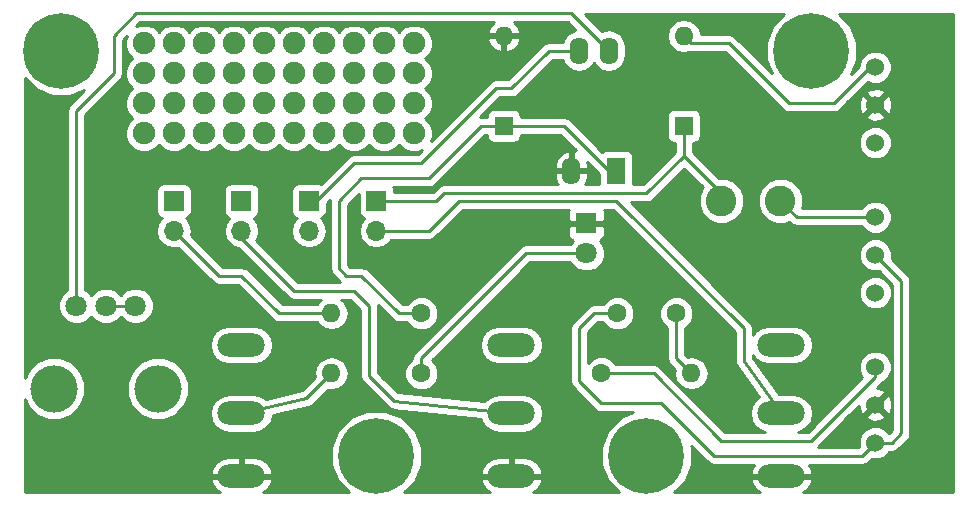
<source format=gtl>
G04 #@! TF.FileFunction,Copper,L1,Top,Signal*
%FSLAX46Y46*%
G04 Gerber Fmt 4.6, Leading zero omitted, Abs format (unit mm)*
G04 Created by KiCad (PCBNEW 4.0.7) date Monday 10 September 2018 20:38:50*
%MOMM*%
%LPD*%
G01*
G04 APERTURE LIST*
%ADD10C,0.100000*%
%ADD11C,6.400000*%
%ADD12C,1.900000*%
%ADD13C,1.600000*%
%ADD14R,1.800000X1.800000*%
%ADD15C,1.800000*%
%ADD16O,4.000000X2.000000*%
%ADD17O,1.600000X1.600000*%
%ADD18R,1.570000X2.290000*%
%ADD19O,1.570000X2.290000*%
%ADD20C,2.600000*%
%ADD21C,1.524000*%
%ADD22R,1.700000X1.700000*%
%ADD23O,1.700000X1.700000*%
%ADD24C,4.000000*%
%ADD25R,1.600000X1.600000*%
%ADD26C,0.250000*%
%ADD27C,0.254000*%
G04 APERTURE END LIST*
D10*
D11*
X199390000Y-40640000D03*
D12*
X142875000Y-40005000D03*
X145415000Y-40005000D03*
X147955000Y-40005000D03*
X150495000Y-40005000D03*
X153035000Y-40005000D03*
X155575000Y-40005000D03*
X158115000Y-40005000D03*
X160655000Y-40005000D03*
X163195000Y-40005000D03*
X165735000Y-40005000D03*
X165735000Y-42545000D03*
X163195000Y-42545000D03*
X160655000Y-42545000D03*
X158115000Y-42545000D03*
X155575000Y-42545000D03*
X153035000Y-42545000D03*
X150495000Y-42545000D03*
X147955000Y-42545000D03*
X145415000Y-42545000D03*
X142875000Y-42545000D03*
X142875000Y-45085000D03*
X145415000Y-45085000D03*
X147955000Y-45085000D03*
X150495000Y-45085000D03*
X153035000Y-45085000D03*
X155575000Y-45085000D03*
X158115000Y-45085000D03*
X160655000Y-45085000D03*
X163195000Y-45085000D03*
X165735000Y-45085000D03*
X165735000Y-47625000D03*
X163195000Y-47625000D03*
X160655000Y-47625000D03*
X158115000Y-47625000D03*
X155575000Y-47625000D03*
X153035000Y-47625000D03*
X150495000Y-47625000D03*
X147955000Y-47625000D03*
X145415000Y-47625000D03*
X142875000Y-47625000D03*
D11*
X185420000Y-74930000D03*
X162560000Y-74930000D03*
D13*
X187960000Y-62865000D03*
X182960000Y-62865000D03*
D14*
X180340000Y-55245000D03*
D15*
X180340000Y-57785000D03*
D16*
X151130000Y-65540000D03*
X151130000Y-71340000D03*
X151130000Y-76640000D03*
X173990000Y-65540000D03*
X173990000Y-71340000D03*
X173990000Y-76640000D03*
X196850000Y-65540000D03*
X196850000Y-71340000D03*
X196850000Y-76640000D03*
D13*
X166370000Y-67945000D03*
D17*
X158750000Y-67945000D03*
D13*
X166370000Y-62865000D03*
D17*
X158750000Y-62865000D03*
D13*
X181610000Y-67945000D03*
D17*
X189230000Y-67945000D03*
D18*
X182880000Y-50800000D03*
D19*
X179070000Y-50800000D03*
X179710000Y-40640000D03*
X182240000Y-40640000D03*
D20*
X191770000Y-53340000D03*
X196770000Y-53340000D03*
D21*
X204810000Y-54720000D03*
X204810000Y-57920000D03*
X204810000Y-61120000D03*
X204810000Y-67420000D03*
X204810000Y-70620000D03*
X204810000Y-73820000D03*
X204810000Y-42020000D03*
X204810000Y-45220000D03*
X204810000Y-48420000D03*
D22*
X145415000Y-53340000D03*
D23*
X145415000Y-55880000D03*
D22*
X151130000Y-53340000D03*
D23*
X151130000Y-55880000D03*
D22*
X156845000Y-53340000D03*
D23*
X156845000Y-55880000D03*
D22*
X162560000Y-53340000D03*
D23*
X162560000Y-55880000D03*
D15*
X142160000Y-62230000D03*
X139660000Y-62230000D03*
X137160000Y-62230000D03*
D24*
X144060000Y-69230000D03*
X135260000Y-69230000D03*
D11*
X135890000Y-40640000D03*
D25*
X173355000Y-46990000D03*
D17*
X173355000Y-39370000D03*
D25*
X188595000Y-46990000D03*
D17*
X188595000Y-39370000D03*
D26*
X187960000Y-62865000D02*
X187960000Y-66675000D01*
X187960000Y-66675000D02*
X189230000Y-67945000D01*
X191770000Y-53340000D02*
X191770000Y-52705000D01*
X191770000Y-52705000D02*
X188595000Y-49530000D01*
X188595000Y-49530000D02*
X188595000Y-46990000D01*
X162560000Y-53340000D02*
X167640000Y-53340000D01*
X188595000Y-49530000D02*
X188595000Y-46990000D01*
X185420000Y-52705000D02*
X188595000Y-49530000D01*
X168275000Y-52705000D02*
X185420000Y-52705000D01*
X167640000Y-53340000D02*
X168275000Y-52705000D01*
X182960000Y-62865000D02*
X180975000Y-62865000D01*
X203700000Y-74930000D02*
X204810000Y-73820000D01*
X191135000Y-74930000D02*
X203700000Y-74930000D01*
X186690000Y-70485000D02*
X191135000Y-74930000D01*
X181610000Y-70485000D02*
X186690000Y-70485000D01*
X179705000Y-68580000D02*
X181610000Y-70485000D01*
X179705000Y-64135000D02*
X179705000Y-68580000D01*
X180975000Y-62865000D02*
X179705000Y-64135000D01*
X204810000Y-73820000D02*
X206215000Y-73820000D01*
X207010000Y-60120000D02*
X204810000Y-57920000D01*
X207010000Y-73025000D02*
X207010000Y-60120000D01*
X206215000Y-73820000D02*
X207010000Y-73025000D01*
X166370000Y-67945000D02*
X166370000Y-66675000D01*
X175260000Y-57785000D02*
X180340000Y-57785000D01*
X166370000Y-66675000D02*
X175260000Y-57785000D01*
X173990000Y-71340000D02*
X164040000Y-70275000D01*
X155575000Y-60960000D02*
X151130000Y-56515000D01*
X160655000Y-60960000D02*
X155575000Y-60960000D01*
X161925000Y-62230000D02*
X160655000Y-60960000D01*
X161925000Y-68160000D02*
X161925000Y-62230000D01*
X164040000Y-70275000D02*
X161925000Y-68160000D01*
X151130000Y-56515000D02*
X151130000Y-55880000D01*
X166370000Y-62865000D02*
X164465000Y-62865000D01*
X164465000Y-62865000D02*
X161290000Y-59690000D01*
X161290000Y-59690000D02*
X160020000Y-59690000D01*
X160020000Y-59690000D02*
X159385000Y-59055000D01*
X159385000Y-59055000D02*
X159385000Y-53340000D01*
X159385000Y-53340000D02*
X161290000Y-51435000D01*
X161290000Y-51435000D02*
X167005000Y-51435000D01*
X167005000Y-51435000D02*
X171450000Y-46990000D01*
X171450000Y-46990000D02*
X173355000Y-46990000D01*
X178435000Y-46990000D02*
X182245000Y-50800000D01*
X171450000Y-46990000D02*
X178435000Y-46990000D01*
X167005000Y-51435000D02*
X171450000Y-46990000D01*
X161290000Y-51435000D02*
X167005000Y-51435000D01*
X159385000Y-53340000D02*
X161290000Y-51435000D01*
X159385000Y-59055000D02*
X159385000Y-53340000D01*
X160020000Y-59690000D02*
X159385000Y-59055000D01*
X161290000Y-59690000D02*
X160020000Y-59690000D01*
X164465000Y-62865000D02*
X161290000Y-59690000D01*
X182245000Y-50800000D02*
X182880000Y-50800000D01*
X151130000Y-71340000D02*
X156625000Y-70070000D01*
X156625000Y-70070000D02*
X158750000Y-67945000D01*
X204810000Y-54720000D02*
X198150000Y-54720000D01*
X198150000Y-54720000D02*
X196770000Y-53340000D01*
X204810000Y-67420000D02*
X204810000Y-68240000D01*
X186055000Y-67945000D02*
X181610000Y-67945000D01*
X191770000Y-73660000D02*
X186055000Y-67945000D01*
X199390000Y-73660000D02*
X191770000Y-73660000D01*
X204810000Y-68240000D02*
X199390000Y-73660000D01*
X137160000Y-62230000D02*
X137160000Y-45720000D01*
X179065000Y-37465000D02*
X182240000Y-40640000D01*
X142240000Y-37465000D02*
X179065000Y-37465000D01*
X140335000Y-39370000D02*
X142240000Y-37465000D01*
X140335000Y-42545000D02*
X140335000Y-39370000D01*
X137160000Y-45720000D02*
X140335000Y-42545000D01*
X162560000Y-55880000D02*
X167005000Y-55880000D01*
X193675000Y-66895000D02*
X196850000Y-71340000D01*
X193675000Y-64135000D02*
X193675000Y-66895000D01*
X182880000Y-53340000D02*
X193675000Y-64135000D01*
X169545000Y-53340000D02*
X182880000Y-53340000D01*
X167005000Y-55880000D02*
X169545000Y-53340000D01*
X158750000Y-62865000D02*
X154305000Y-62865000D01*
X149225000Y-59690000D02*
X145415000Y-55880000D01*
X151130000Y-59690000D02*
X149225000Y-59690000D01*
X154305000Y-62865000D02*
X151130000Y-59690000D01*
X139660000Y-62230000D02*
X142160000Y-62230000D01*
X142160000Y-62230000D02*
X139660000Y-62230000D01*
X179710000Y-40640000D02*
X177165000Y-40640000D01*
X160655000Y-50165000D02*
X157480000Y-53340000D01*
X166370000Y-50165000D02*
X160655000Y-50165000D01*
X172720000Y-43815000D02*
X166370000Y-50165000D01*
X173990000Y-43815000D02*
X172720000Y-43815000D01*
X177165000Y-40640000D02*
X173990000Y-43815000D01*
X157480000Y-53340000D02*
X156845000Y-53340000D01*
X204810000Y-42020000D02*
X204360000Y-42020000D01*
X204360000Y-42020000D02*
X201295000Y-45085000D01*
X201295000Y-45085000D02*
X197485000Y-45085000D01*
X197485000Y-45085000D02*
X193675000Y-41275000D01*
X193675000Y-41275000D02*
X192405000Y-40005000D01*
X192405000Y-40005000D02*
X189230000Y-40005000D01*
X189230000Y-40005000D02*
X188595000Y-39370000D01*
D27*
G36*
X196140741Y-38464811D02*
X195555667Y-39873825D01*
X195554336Y-41399482D01*
X196033184Y-42558382D01*
X192942401Y-39467599D01*
X192695839Y-39302852D01*
X192405000Y-39245000D01*
X190010728Y-39245000D01*
X189920767Y-38792736D01*
X189609698Y-38327189D01*
X189144151Y-38016120D01*
X188595000Y-37906887D01*
X188045849Y-38016120D01*
X187580302Y-38327189D01*
X187269233Y-38792736D01*
X187160000Y-39341887D01*
X187160000Y-39398113D01*
X187269233Y-39947264D01*
X187580302Y-40412811D01*
X188045849Y-40723880D01*
X188595000Y-40833113D01*
X189083714Y-40735902D01*
X189230000Y-40765000D01*
X192090198Y-40765000D01*
X196947599Y-45622401D01*
X197194161Y-45787148D01*
X197485000Y-45845000D01*
X201295000Y-45845000D01*
X201585839Y-45787148D01*
X201832401Y-45622401D01*
X202442500Y-45012302D01*
X203400856Y-45012302D01*
X203428638Y-45567368D01*
X203587603Y-45951143D01*
X203829787Y-46020608D01*
X204630395Y-45220000D01*
X204989605Y-45220000D01*
X205790213Y-46020608D01*
X206032397Y-45951143D01*
X206219144Y-45427698D01*
X206191362Y-44872632D01*
X206032397Y-44488857D01*
X205790213Y-44419392D01*
X204989605Y-45220000D01*
X204630395Y-45220000D01*
X203829787Y-44419392D01*
X203587603Y-44488857D01*
X203400856Y-45012302D01*
X202442500Y-45012302D01*
X203215015Y-44239787D01*
X204009392Y-44239787D01*
X204810000Y-45040395D01*
X205610608Y-44239787D01*
X205541143Y-43997603D01*
X205017698Y-43810856D01*
X204462632Y-43838638D01*
X204078857Y-43997603D01*
X204009392Y-44239787D01*
X203215015Y-44239787D01*
X204182651Y-43272151D01*
X204530900Y-43416757D01*
X205086661Y-43417242D01*
X205600303Y-43205010D01*
X205993629Y-42812370D01*
X206206757Y-42299100D01*
X206207242Y-41743339D01*
X205995010Y-41229697D01*
X205602370Y-40836371D01*
X205089100Y-40623243D01*
X204533339Y-40622758D01*
X204019697Y-40834990D01*
X203626371Y-41227630D01*
X203413243Y-41740900D01*
X203413111Y-41892087D01*
X202745240Y-42559958D01*
X203224333Y-41406175D01*
X203225664Y-39880518D01*
X202643050Y-38470485D01*
X201714188Y-37540000D01*
X211380000Y-37540000D01*
X211380000Y-78030000D01*
X198684470Y-78030000D01*
X199095922Y-77706317D01*
X199409144Y-77148355D01*
X199440124Y-77020434D01*
X199320777Y-76767000D01*
X196977000Y-76767000D01*
X196977000Y-76787000D01*
X196723000Y-76787000D01*
X196723000Y-76767000D01*
X194379223Y-76767000D01*
X194259876Y-77020434D01*
X194290856Y-77148355D01*
X194604078Y-77706317D01*
X195015530Y-78030000D01*
X187742832Y-78030000D01*
X188669259Y-77105189D01*
X189254333Y-75696175D01*
X189255664Y-74170518D01*
X189223941Y-74093743D01*
X190597599Y-75467401D01*
X190844160Y-75632148D01*
X191135000Y-75690000D01*
X194538781Y-75690000D01*
X194290856Y-76131645D01*
X194259876Y-76259566D01*
X194379223Y-76513000D01*
X196723000Y-76513000D01*
X196723000Y-76493000D01*
X196977000Y-76493000D01*
X196977000Y-76513000D01*
X199320777Y-76513000D01*
X199440124Y-76259566D01*
X199409144Y-76131645D01*
X199161219Y-75690000D01*
X203700000Y-75690000D01*
X203990839Y-75632148D01*
X204237401Y-75467401D01*
X204500619Y-75204183D01*
X204530900Y-75216757D01*
X205086661Y-75217242D01*
X205600303Y-75005010D01*
X205993629Y-74612370D01*
X206007070Y-74580000D01*
X206215000Y-74580000D01*
X206505839Y-74522148D01*
X206752401Y-74357401D01*
X207547401Y-73562401D01*
X207712148Y-73315839D01*
X207770000Y-73025000D01*
X207770000Y-60120000D01*
X207712148Y-59829161D01*
X207547401Y-59582599D01*
X206194183Y-58229381D01*
X206206757Y-58199100D01*
X206207242Y-57643339D01*
X205995010Y-57129697D01*
X205602370Y-56736371D01*
X205089100Y-56523243D01*
X204533339Y-56522758D01*
X204019697Y-56734990D01*
X203626371Y-57127630D01*
X203413243Y-57640900D01*
X203412758Y-58196661D01*
X203624990Y-58710303D01*
X204017630Y-59103629D01*
X204530900Y-59316757D01*
X205086661Y-59317242D01*
X205119055Y-59303857D01*
X206250000Y-60434802D01*
X206250000Y-72710198D01*
X205962784Y-72997414D01*
X205602370Y-72636371D01*
X205089100Y-72423243D01*
X204533339Y-72422758D01*
X204019697Y-72634990D01*
X203626371Y-73027630D01*
X203413243Y-73540900D01*
X203412758Y-74096661D01*
X203426143Y-74129055D01*
X203385198Y-74170000D01*
X199954802Y-74170000D01*
X202524589Y-71600213D01*
X204009392Y-71600213D01*
X204078857Y-71842397D01*
X204602302Y-72029144D01*
X205157368Y-72001362D01*
X205541143Y-71842397D01*
X205610608Y-71600213D01*
X204810000Y-70799605D01*
X204009392Y-71600213D01*
X202524589Y-71600213D01*
X203415711Y-70709092D01*
X203428638Y-70967368D01*
X203587603Y-71351143D01*
X203829787Y-71420608D01*
X204630395Y-70620000D01*
X204989605Y-70620000D01*
X205790213Y-71420608D01*
X206032397Y-71351143D01*
X206219144Y-70827698D01*
X206191362Y-70272632D01*
X206032397Y-69888857D01*
X205790213Y-69819392D01*
X204989605Y-70620000D01*
X204630395Y-70620000D01*
X204616253Y-70605858D01*
X204795858Y-70426253D01*
X204810000Y-70440395D01*
X205610608Y-69639787D01*
X205541143Y-69397603D01*
X205017698Y-69210856D01*
X204908480Y-69216323D01*
X205347402Y-68777401D01*
X205410069Y-68683613D01*
X205600303Y-68605010D01*
X205993629Y-68212370D01*
X206206757Y-67699100D01*
X206207242Y-67143339D01*
X205995010Y-66629697D01*
X205602370Y-66236371D01*
X205089100Y-66023243D01*
X204533339Y-66022758D01*
X204019697Y-66234990D01*
X203626371Y-66627630D01*
X203413243Y-67140900D01*
X203412758Y-67696661D01*
X203624990Y-68210303D01*
X203694881Y-68280316D01*
X199075198Y-72900000D01*
X198278673Y-72900000D01*
X198527310Y-72850543D01*
X199057743Y-72496120D01*
X199412166Y-71965687D01*
X199536623Y-71340000D01*
X199412166Y-70714313D01*
X199057743Y-70183880D01*
X198527310Y-69829457D01*
X197901623Y-69705000D01*
X196616110Y-69705000D01*
X194435000Y-66651447D01*
X194435000Y-66385937D01*
X194642257Y-66696120D01*
X195172690Y-67050543D01*
X195798377Y-67175000D01*
X197901623Y-67175000D01*
X198527310Y-67050543D01*
X199057743Y-66696120D01*
X199412166Y-66165687D01*
X199536623Y-65540000D01*
X199412166Y-64914313D01*
X199057743Y-64383880D01*
X198527310Y-64029457D01*
X197901623Y-63905000D01*
X195798377Y-63905000D01*
X195172690Y-64029457D01*
X194642257Y-64383880D01*
X194435000Y-64694063D01*
X194435000Y-64135000D01*
X194377148Y-63844161D01*
X194377148Y-63844160D01*
X194212401Y-63597599D01*
X192011463Y-61396661D01*
X203412758Y-61396661D01*
X203624990Y-61910303D01*
X204017630Y-62303629D01*
X204530900Y-62516757D01*
X205086661Y-62517242D01*
X205600303Y-62305010D01*
X205993629Y-61912370D01*
X206206757Y-61399100D01*
X206207242Y-60843339D01*
X205995010Y-60329697D01*
X205602370Y-59936371D01*
X205089100Y-59723243D01*
X204533339Y-59722758D01*
X204019697Y-59934990D01*
X203626371Y-60327630D01*
X203413243Y-60840900D01*
X203412758Y-61396661D01*
X192011463Y-61396661D01*
X184079802Y-53465000D01*
X185420000Y-53465000D01*
X185710839Y-53407148D01*
X185957401Y-53242401D01*
X188595000Y-50604802D01*
X190181655Y-52191457D01*
X190130543Y-52242479D01*
X189835337Y-52953416D01*
X189834665Y-53723207D01*
X190128630Y-54434658D01*
X190672479Y-54979457D01*
X191383416Y-55274663D01*
X192153207Y-55275335D01*
X192864658Y-54981370D01*
X193409457Y-54437521D01*
X193704663Y-53726584D01*
X193704665Y-53723207D01*
X194834665Y-53723207D01*
X195128630Y-54434658D01*
X195672479Y-54979457D01*
X196383416Y-55274663D01*
X197153207Y-55275335D01*
X197490972Y-55135774D01*
X197612599Y-55257401D01*
X197859161Y-55422148D01*
X198150000Y-55480000D01*
X203612469Y-55480000D01*
X203624990Y-55510303D01*
X204017630Y-55903629D01*
X204530900Y-56116757D01*
X205086661Y-56117242D01*
X205600303Y-55905010D01*
X205993629Y-55512370D01*
X206206757Y-54999100D01*
X206207242Y-54443339D01*
X205995010Y-53929697D01*
X205602370Y-53536371D01*
X205089100Y-53323243D01*
X204533339Y-53322758D01*
X204019697Y-53534990D01*
X203626371Y-53927630D01*
X203612930Y-53960000D01*
X198607740Y-53960000D01*
X198704663Y-53726584D01*
X198705335Y-52956793D01*
X198411370Y-52245342D01*
X197867521Y-51700543D01*
X197156584Y-51405337D01*
X196386793Y-51404665D01*
X195675342Y-51698630D01*
X195130543Y-52242479D01*
X194835337Y-52953416D01*
X194834665Y-53723207D01*
X193704665Y-53723207D01*
X193705335Y-52956793D01*
X193411370Y-52245342D01*
X192867521Y-51700543D01*
X192156584Y-51405337D01*
X191544605Y-51404803D01*
X189355000Y-49215198D01*
X189355000Y-48696661D01*
X203412758Y-48696661D01*
X203624990Y-49210303D01*
X204017630Y-49603629D01*
X204530900Y-49816757D01*
X205086661Y-49817242D01*
X205600303Y-49605010D01*
X205993629Y-49212370D01*
X206206757Y-48699100D01*
X206207242Y-48143339D01*
X205995010Y-47629697D01*
X205602370Y-47236371D01*
X205089100Y-47023243D01*
X204533339Y-47022758D01*
X204019697Y-47234990D01*
X203626371Y-47627630D01*
X203413243Y-48140900D01*
X203412758Y-48696661D01*
X189355000Y-48696661D01*
X189355000Y-48437440D01*
X189395000Y-48437440D01*
X189630317Y-48393162D01*
X189846441Y-48254090D01*
X189991431Y-48041890D01*
X190042440Y-47790000D01*
X190042440Y-46200213D01*
X204009392Y-46200213D01*
X204078857Y-46442397D01*
X204602302Y-46629144D01*
X205157368Y-46601362D01*
X205541143Y-46442397D01*
X205610608Y-46200213D01*
X204810000Y-45399605D01*
X204009392Y-46200213D01*
X190042440Y-46200213D01*
X190042440Y-46190000D01*
X189998162Y-45954683D01*
X189859090Y-45738559D01*
X189646890Y-45593569D01*
X189395000Y-45542560D01*
X187795000Y-45542560D01*
X187559683Y-45586838D01*
X187343559Y-45725910D01*
X187198569Y-45938110D01*
X187147560Y-46190000D01*
X187147560Y-47790000D01*
X187191838Y-48025317D01*
X187330910Y-48241441D01*
X187543110Y-48386431D01*
X187795000Y-48437440D01*
X187835000Y-48437440D01*
X187835000Y-49215198D01*
X185105198Y-51945000D01*
X184312440Y-51945000D01*
X184312440Y-49655000D01*
X184268162Y-49419683D01*
X184129090Y-49203559D01*
X183916890Y-49058569D01*
X183665000Y-49007560D01*
X182095000Y-49007560D01*
X181859683Y-49051838D01*
X181684419Y-49164617D01*
X178972401Y-46452599D01*
X178725839Y-46287852D01*
X178435000Y-46230000D01*
X174802440Y-46230000D01*
X174802440Y-46190000D01*
X174758162Y-45954683D01*
X174619090Y-45738559D01*
X174406890Y-45593569D01*
X174155000Y-45542560D01*
X172555000Y-45542560D01*
X172319683Y-45586838D01*
X172103559Y-45725910D01*
X171958569Y-45938110D01*
X171907560Y-46190000D01*
X171907560Y-46230000D01*
X171450000Y-46230000D01*
X171362372Y-46247430D01*
X173034802Y-44575000D01*
X173990000Y-44575000D01*
X174280839Y-44517148D01*
X174527401Y-44352401D01*
X177479802Y-41400000D01*
X178362628Y-41400000D01*
X178398091Y-41578282D01*
X178705908Y-42038964D01*
X179166590Y-42346781D01*
X179710000Y-42454872D01*
X180253410Y-42346781D01*
X180714092Y-42038964D01*
X180975000Y-41648486D01*
X181235908Y-42038964D01*
X181696590Y-42346781D01*
X182240000Y-42454872D01*
X182783410Y-42346781D01*
X183244092Y-42038964D01*
X183551909Y-41578282D01*
X183660000Y-41034872D01*
X183660000Y-40245128D01*
X183551909Y-39701718D01*
X183244092Y-39241036D01*
X182783410Y-38933219D01*
X182240000Y-38825128D01*
X181696590Y-38933219D01*
X181643497Y-38968695D01*
X180214802Y-37540000D01*
X197067168Y-37540000D01*
X196140741Y-38464811D01*
X196140741Y-38464811D01*
G37*
X196140741Y-38464811D02*
X195555667Y-39873825D01*
X195554336Y-41399482D01*
X196033184Y-42558382D01*
X192942401Y-39467599D01*
X192695839Y-39302852D01*
X192405000Y-39245000D01*
X190010728Y-39245000D01*
X189920767Y-38792736D01*
X189609698Y-38327189D01*
X189144151Y-38016120D01*
X188595000Y-37906887D01*
X188045849Y-38016120D01*
X187580302Y-38327189D01*
X187269233Y-38792736D01*
X187160000Y-39341887D01*
X187160000Y-39398113D01*
X187269233Y-39947264D01*
X187580302Y-40412811D01*
X188045849Y-40723880D01*
X188595000Y-40833113D01*
X189083714Y-40735902D01*
X189230000Y-40765000D01*
X192090198Y-40765000D01*
X196947599Y-45622401D01*
X197194161Y-45787148D01*
X197485000Y-45845000D01*
X201295000Y-45845000D01*
X201585839Y-45787148D01*
X201832401Y-45622401D01*
X202442500Y-45012302D01*
X203400856Y-45012302D01*
X203428638Y-45567368D01*
X203587603Y-45951143D01*
X203829787Y-46020608D01*
X204630395Y-45220000D01*
X204989605Y-45220000D01*
X205790213Y-46020608D01*
X206032397Y-45951143D01*
X206219144Y-45427698D01*
X206191362Y-44872632D01*
X206032397Y-44488857D01*
X205790213Y-44419392D01*
X204989605Y-45220000D01*
X204630395Y-45220000D01*
X203829787Y-44419392D01*
X203587603Y-44488857D01*
X203400856Y-45012302D01*
X202442500Y-45012302D01*
X203215015Y-44239787D01*
X204009392Y-44239787D01*
X204810000Y-45040395D01*
X205610608Y-44239787D01*
X205541143Y-43997603D01*
X205017698Y-43810856D01*
X204462632Y-43838638D01*
X204078857Y-43997603D01*
X204009392Y-44239787D01*
X203215015Y-44239787D01*
X204182651Y-43272151D01*
X204530900Y-43416757D01*
X205086661Y-43417242D01*
X205600303Y-43205010D01*
X205993629Y-42812370D01*
X206206757Y-42299100D01*
X206207242Y-41743339D01*
X205995010Y-41229697D01*
X205602370Y-40836371D01*
X205089100Y-40623243D01*
X204533339Y-40622758D01*
X204019697Y-40834990D01*
X203626371Y-41227630D01*
X203413243Y-41740900D01*
X203413111Y-41892087D01*
X202745240Y-42559958D01*
X203224333Y-41406175D01*
X203225664Y-39880518D01*
X202643050Y-38470485D01*
X201714188Y-37540000D01*
X211380000Y-37540000D01*
X211380000Y-78030000D01*
X198684470Y-78030000D01*
X199095922Y-77706317D01*
X199409144Y-77148355D01*
X199440124Y-77020434D01*
X199320777Y-76767000D01*
X196977000Y-76767000D01*
X196977000Y-76787000D01*
X196723000Y-76787000D01*
X196723000Y-76767000D01*
X194379223Y-76767000D01*
X194259876Y-77020434D01*
X194290856Y-77148355D01*
X194604078Y-77706317D01*
X195015530Y-78030000D01*
X187742832Y-78030000D01*
X188669259Y-77105189D01*
X189254333Y-75696175D01*
X189255664Y-74170518D01*
X189223941Y-74093743D01*
X190597599Y-75467401D01*
X190844160Y-75632148D01*
X191135000Y-75690000D01*
X194538781Y-75690000D01*
X194290856Y-76131645D01*
X194259876Y-76259566D01*
X194379223Y-76513000D01*
X196723000Y-76513000D01*
X196723000Y-76493000D01*
X196977000Y-76493000D01*
X196977000Y-76513000D01*
X199320777Y-76513000D01*
X199440124Y-76259566D01*
X199409144Y-76131645D01*
X199161219Y-75690000D01*
X203700000Y-75690000D01*
X203990839Y-75632148D01*
X204237401Y-75467401D01*
X204500619Y-75204183D01*
X204530900Y-75216757D01*
X205086661Y-75217242D01*
X205600303Y-75005010D01*
X205993629Y-74612370D01*
X206007070Y-74580000D01*
X206215000Y-74580000D01*
X206505839Y-74522148D01*
X206752401Y-74357401D01*
X207547401Y-73562401D01*
X207712148Y-73315839D01*
X207770000Y-73025000D01*
X207770000Y-60120000D01*
X207712148Y-59829161D01*
X207547401Y-59582599D01*
X206194183Y-58229381D01*
X206206757Y-58199100D01*
X206207242Y-57643339D01*
X205995010Y-57129697D01*
X205602370Y-56736371D01*
X205089100Y-56523243D01*
X204533339Y-56522758D01*
X204019697Y-56734990D01*
X203626371Y-57127630D01*
X203413243Y-57640900D01*
X203412758Y-58196661D01*
X203624990Y-58710303D01*
X204017630Y-59103629D01*
X204530900Y-59316757D01*
X205086661Y-59317242D01*
X205119055Y-59303857D01*
X206250000Y-60434802D01*
X206250000Y-72710198D01*
X205962784Y-72997414D01*
X205602370Y-72636371D01*
X205089100Y-72423243D01*
X204533339Y-72422758D01*
X204019697Y-72634990D01*
X203626371Y-73027630D01*
X203413243Y-73540900D01*
X203412758Y-74096661D01*
X203426143Y-74129055D01*
X203385198Y-74170000D01*
X199954802Y-74170000D01*
X202524589Y-71600213D01*
X204009392Y-71600213D01*
X204078857Y-71842397D01*
X204602302Y-72029144D01*
X205157368Y-72001362D01*
X205541143Y-71842397D01*
X205610608Y-71600213D01*
X204810000Y-70799605D01*
X204009392Y-71600213D01*
X202524589Y-71600213D01*
X203415711Y-70709092D01*
X203428638Y-70967368D01*
X203587603Y-71351143D01*
X203829787Y-71420608D01*
X204630395Y-70620000D01*
X204989605Y-70620000D01*
X205790213Y-71420608D01*
X206032397Y-71351143D01*
X206219144Y-70827698D01*
X206191362Y-70272632D01*
X206032397Y-69888857D01*
X205790213Y-69819392D01*
X204989605Y-70620000D01*
X204630395Y-70620000D01*
X204616253Y-70605858D01*
X204795858Y-70426253D01*
X204810000Y-70440395D01*
X205610608Y-69639787D01*
X205541143Y-69397603D01*
X205017698Y-69210856D01*
X204908480Y-69216323D01*
X205347402Y-68777401D01*
X205410069Y-68683613D01*
X205600303Y-68605010D01*
X205993629Y-68212370D01*
X206206757Y-67699100D01*
X206207242Y-67143339D01*
X205995010Y-66629697D01*
X205602370Y-66236371D01*
X205089100Y-66023243D01*
X204533339Y-66022758D01*
X204019697Y-66234990D01*
X203626371Y-66627630D01*
X203413243Y-67140900D01*
X203412758Y-67696661D01*
X203624990Y-68210303D01*
X203694881Y-68280316D01*
X199075198Y-72900000D01*
X198278673Y-72900000D01*
X198527310Y-72850543D01*
X199057743Y-72496120D01*
X199412166Y-71965687D01*
X199536623Y-71340000D01*
X199412166Y-70714313D01*
X199057743Y-70183880D01*
X198527310Y-69829457D01*
X197901623Y-69705000D01*
X196616110Y-69705000D01*
X194435000Y-66651447D01*
X194435000Y-66385937D01*
X194642257Y-66696120D01*
X195172690Y-67050543D01*
X195798377Y-67175000D01*
X197901623Y-67175000D01*
X198527310Y-67050543D01*
X199057743Y-66696120D01*
X199412166Y-66165687D01*
X199536623Y-65540000D01*
X199412166Y-64914313D01*
X199057743Y-64383880D01*
X198527310Y-64029457D01*
X197901623Y-63905000D01*
X195798377Y-63905000D01*
X195172690Y-64029457D01*
X194642257Y-64383880D01*
X194435000Y-64694063D01*
X194435000Y-64135000D01*
X194377148Y-63844161D01*
X194377148Y-63844160D01*
X194212401Y-63597599D01*
X192011463Y-61396661D01*
X203412758Y-61396661D01*
X203624990Y-61910303D01*
X204017630Y-62303629D01*
X204530900Y-62516757D01*
X205086661Y-62517242D01*
X205600303Y-62305010D01*
X205993629Y-61912370D01*
X206206757Y-61399100D01*
X206207242Y-60843339D01*
X205995010Y-60329697D01*
X205602370Y-59936371D01*
X205089100Y-59723243D01*
X204533339Y-59722758D01*
X204019697Y-59934990D01*
X203626371Y-60327630D01*
X203413243Y-60840900D01*
X203412758Y-61396661D01*
X192011463Y-61396661D01*
X184079802Y-53465000D01*
X185420000Y-53465000D01*
X185710839Y-53407148D01*
X185957401Y-53242401D01*
X188595000Y-50604802D01*
X190181655Y-52191457D01*
X190130543Y-52242479D01*
X189835337Y-52953416D01*
X189834665Y-53723207D01*
X190128630Y-54434658D01*
X190672479Y-54979457D01*
X191383416Y-55274663D01*
X192153207Y-55275335D01*
X192864658Y-54981370D01*
X193409457Y-54437521D01*
X193704663Y-53726584D01*
X193704665Y-53723207D01*
X194834665Y-53723207D01*
X195128630Y-54434658D01*
X195672479Y-54979457D01*
X196383416Y-55274663D01*
X197153207Y-55275335D01*
X197490972Y-55135774D01*
X197612599Y-55257401D01*
X197859161Y-55422148D01*
X198150000Y-55480000D01*
X203612469Y-55480000D01*
X203624990Y-55510303D01*
X204017630Y-55903629D01*
X204530900Y-56116757D01*
X205086661Y-56117242D01*
X205600303Y-55905010D01*
X205993629Y-55512370D01*
X206206757Y-54999100D01*
X206207242Y-54443339D01*
X205995010Y-53929697D01*
X205602370Y-53536371D01*
X205089100Y-53323243D01*
X204533339Y-53322758D01*
X204019697Y-53534990D01*
X203626371Y-53927630D01*
X203612930Y-53960000D01*
X198607740Y-53960000D01*
X198704663Y-53726584D01*
X198705335Y-52956793D01*
X198411370Y-52245342D01*
X197867521Y-51700543D01*
X197156584Y-51405337D01*
X196386793Y-51404665D01*
X195675342Y-51698630D01*
X195130543Y-52242479D01*
X194835337Y-52953416D01*
X194834665Y-53723207D01*
X193704665Y-53723207D01*
X193705335Y-52956793D01*
X193411370Y-52245342D01*
X192867521Y-51700543D01*
X192156584Y-51405337D01*
X191544605Y-51404803D01*
X189355000Y-49215198D01*
X189355000Y-48696661D01*
X203412758Y-48696661D01*
X203624990Y-49210303D01*
X204017630Y-49603629D01*
X204530900Y-49816757D01*
X205086661Y-49817242D01*
X205600303Y-49605010D01*
X205993629Y-49212370D01*
X206206757Y-48699100D01*
X206207242Y-48143339D01*
X205995010Y-47629697D01*
X205602370Y-47236371D01*
X205089100Y-47023243D01*
X204533339Y-47022758D01*
X204019697Y-47234990D01*
X203626371Y-47627630D01*
X203413243Y-48140900D01*
X203412758Y-48696661D01*
X189355000Y-48696661D01*
X189355000Y-48437440D01*
X189395000Y-48437440D01*
X189630317Y-48393162D01*
X189846441Y-48254090D01*
X189991431Y-48041890D01*
X190042440Y-47790000D01*
X190042440Y-46200213D01*
X204009392Y-46200213D01*
X204078857Y-46442397D01*
X204602302Y-46629144D01*
X205157368Y-46601362D01*
X205541143Y-46442397D01*
X205610608Y-46200213D01*
X204810000Y-45399605D01*
X204009392Y-46200213D01*
X190042440Y-46200213D01*
X190042440Y-46190000D01*
X189998162Y-45954683D01*
X189859090Y-45738559D01*
X189646890Y-45593569D01*
X189395000Y-45542560D01*
X187795000Y-45542560D01*
X187559683Y-45586838D01*
X187343559Y-45725910D01*
X187198569Y-45938110D01*
X187147560Y-46190000D01*
X187147560Y-47790000D01*
X187191838Y-48025317D01*
X187330910Y-48241441D01*
X187543110Y-48386431D01*
X187795000Y-48437440D01*
X187835000Y-48437440D01*
X187835000Y-49215198D01*
X185105198Y-51945000D01*
X184312440Y-51945000D01*
X184312440Y-49655000D01*
X184268162Y-49419683D01*
X184129090Y-49203559D01*
X183916890Y-49058569D01*
X183665000Y-49007560D01*
X182095000Y-49007560D01*
X181859683Y-49051838D01*
X181684419Y-49164617D01*
X178972401Y-46452599D01*
X178725839Y-46287852D01*
X178435000Y-46230000D01*
X174802440Y-46230000D01*
X174802440Y-46190000D01*
X174758162Y-45954683D01*
X174619090Y-45738559D01*
X174406890Y-45593569D01*
X174155000Y-45542560D01*
X172555000Y-45542560D01*
X172319683Y-45586838D01*
X172103559Y-45725910D01*
X171958569Y-45938110D01*
X171907560Y-46190000D01*
X171907560Y-46230000D01*
X171450000Y-46230000D01*
X171362372Y-46247430D01*
X173034802Y-44575000D01*
X173990000Y-44575000D01*
X174280839Y-44517148D01*
X174527401Y-44352401D01*
X177479802Y-41400000D01*
X178362628Y-41400000D01*
X178398091Y-41578282D01*
X178705908Y-42038964D01*
X179166590Y-42346781D01*
X179710000Y-42454872D01*
X180253410Y-42346781D01*
X180714092Y-42038964D01*
X180975000Y-41648486D01*
X181235908Y-42038964D01*
X181696590Y-42346781D01*
X182240000Y-42454872D01*
X182783410Y-42346781D01*
X183244092Y-42038964D01*
X183551909Y-41578282D01*
X183660000Y-41034872D01*
X183660000Y-40245128D01*
X183551909Y-39701718D01*
X183244092Y-39241036D01*
X182783410Y-38933219D01*
X182240000Y-38825128D01*
X181696590Y-38933219D01*
X181643497Y-38968695D01*
X180214802Y-37540000D01*
X197067168Y-37540000D01*
X196140741Y-38464811D01*
G36*
X141290276Y-39688341D02*
X141289725Y-40318893D01*
X141530519Y-40901657D01*
X141903471Y-41275261D01*
X141532086Y-41645997D01*
X141290276Y-42228341D01*
X141289725Y-42858893D01*
X141530519Y-43441657D01*
X141903471Y-43815261D01*
X141532086Y-44185997D01*
X141290276Y-44768341D01*
X141289725Y-45398893D01*
X141530519Y-45981657D01*
X141903471Y-46355261D01*
X141532086Y-46725997D01*
X141290276Y-47308341D01*
X141289725Y-47938893D01*
X141530519Y-48521657D01*
X141975997Y-48967914D01*
X142558341Y-49209724D01*
X143188893Y-49210275D01*
X143771657Y-48969481D01*
X144145261Y-48596529D01*
X144515997Y-48967914D01*
X145098341Y-49209724D01*
X145728893Y-49210275D01*
X146311657Y-48969481D01*
X146685261Y-48596529D01*
X147055997Y-48967914D01*
X147638341Y-49209724D01*
X148268893Y-49210275D01*
X148851657Y-48969481D01*
X149225261Y-48596529D01*
X149595997Y-48967914D01*
X150178341Y-49209724D01*
X150808893Y-49210275D01*
X151391657Y-48969481D01*
X151765261Y-48596529D01*
X152135997Y-48967914D01*
X152718341Y-49209724D01*
X153348893Y-49210275D01*
X153931657Y-48969481D01*
X154305261Y-48596529D01*
X154675997Y-48967914D01*
X155258341Y-49209724D01*
X155888893Y-49210275D01*
X156471657Y-48969481D01*
X156845261Y-48596529D01*
X157215997Y-48967914D01*
X157798341Y-49209724D01*
X158428893Y-49210275D01*
X159011657Y-48969481D01*
X159385261Y-48596529D01*
X159755997Y-48967914D01*
X160338341Y-49209724D01*
X160968893Y-49210275D01*
X161551657Y-48969481D01*
X161925261Y-48596529D01*
X162295997Y-48967914D01*
X162878341Y-49209724D01*
X163508893Y-49210275D01*
X164091657Y-48969481D01*
X164465261Y-48596529D01*
X164835997Y-48967914D01*
X165418341Y-49209724D01*
X166048893Y-49210275D01*
X166391476Y-49068722D01*
X166055198Y-49405000D01*
X160655000Y-49405000D01*
X160364161Y-49462852D01*
X160117599Y-49627599D01*
X157867671Y-51877527D01*
X157695000Y-51842560D01*
X155995000Y-51842560D01*
X155759683Y-51886838D01*
X155543559Y-52025910D01*
X155398569Y-52238110D01*
X155347560Y-52490000D01*
X155347560Y-54190000D01*
X155391838Y-54425317D01*
X155530910Y-54641441D01*
X155743110Y-54786431D01*
X155810541Y-54800086D01*
X155765853Y-54829946D01*
X155443946Y-55311715D01*
X155330907Y-55880000D01*
X155443946Y-56448285D01*
X155765853Y-56930054D01*
X156247622Y-57251961D01*
X156815907Y-57365000D01*
X156874093Y-57365000D01*
X157442378Y-57251961D01*
X157924147Y-56930054D01*
X158246054Y-56448285D01*
X158359093Y-55880000D01*
X158246054Y-55311715D01*
X157924147Y-54829946D01*
X157882548Y-54802150D01*
X157930317Y-54793162D01*
X158146441Y-54654090D01*
X158291431Y-54441890D01*
X158342440Y-54190000D01*
X158342440Y-53552362D01*
X158642431Y-53252371D01*
X158625000Y-53340000D01*
X158625000Y-59055000D01*
X158682852Y-59345839D01*
X158847599Y-59592401D01*
X159455198Y-60200000D01*
X155889802Y-60200000D01*
X152373654Y-56683852D01*
X152531054Y-56448285D01*
X152644093Y-55880000D01*
X152531054Y-55311715D01*
X152209147Y-54829946D01*
X152167548Y-54802150D01*
X152215317Y-54793162D01*
X152431441Y-54654090D01*
X152576431Y-54441890D01*
X152627440Y-54190000D01*
X152627440Y-52490000D01*
X152583162Y-52254683D01*
X152444090Y-52038559D01*
X152231890Y-51893569D01*
X151980000Y-51842560D01*
X150280000Y-51842560D01*
X150044683Y-51886838D01*
X149828559Y-52025910D01*
X149683569Y-52238110D01*
X149632560Y-52490000D01*
X149632560Y-54190000D01*
X149676838Y-54425317D01*
X149815910Y-54641441D01*
X150028110Y-54786431D01*
X150095541Y-54800086D01*
X150050853Y-54829946D01*
X149728946Y-55311715D01*
X149615907Y-55880000D01*
X149728946Y-56448285D01*
X150050853Y-56930054D01*
X150532622Y-57251961D01*
X150856603Y-57316405D01*
X155037599Y-61497401D01*
X155284160Y-61662148D01*
X155575000Y-61720000D01*
X157902199Y-61720000D01*
X157707189Y-61850302D01*
X157537005Y-62105000D01*
X154619802Y-62105000D01*
X151667401Y-59152599D01*
X151420839Y-58987852D01*
X151130000Y-58930000D01*
X149539802Y-58930000D01*
X146856210Y-56246408D01*
X146929093Y-55880000D01*
X146816054Y-55311715D01*
X146494147Y-54829946D01*
X146452548Y-54802150D01*
X146500317Y-54793162D01*
X146716441Y-54654090D01*
X146861431Y-54441890D01*
X146912440Y-54190000D01*
X146912440Y-52490000D01*
X146868162Y-52254683D01*
X146729090Y-52038559D01*
X146516890Y-51893569D01*
X146265000Y-51842560D01*
X144565000Y-51842560D01*
X144329683Y-51886838D01*
X144113559Y-52025910D01*
X143968569Y-52238110D01*
X143917560Y-52490000D01*
X143917560Y-54190000D01*
X143961838Y-54425317D01*
X144100910Y-54641441D01*
X144313110Y-54786431D01*
X144380541Y-54800086D01*
X144335853Y-54829946D01*
X144013946Y-55311715D01*
X143900907Y-55880000D01*
X144013946Y-56448285D01*
X144335853Y-56930054D01*
X144817622Y-57251961D01*
X145385907Y-57365000D01*
X145444093Y-57365000D01*
X145761969Y-57301771D01*
X148687599Y-60227401D01*
X148934161Y-60392148D01*
X149225000Y-60450000D01*
X150815198Y-60450000D01*
X153767599Y-63402401D01*
X154014161Y-63567148D01*
X154305000Y-63625000D01*
X157537005Y-63625000D01*
X157707189Y-63879698D01*
X158172736Y-64190767D01*
X158721887Y-64300000D01*
X158778113Y-64300000D01*
X159327264Y-64190767D01*
X159792811Y-63879698D01*
X160103880Y-63414151D01*
X160213113Y-62865000D01*
X160103880Y-62315849D01*
X159792811Y-61850302D01*
X159597801Y-61720000D01*
X160340198Y-61720000D01*
X161165000Y-62544802D01*
X161165000Y-68160000D01*
X161222852Y-68450839D01*
X161387599Y-68697401D01*
X163502599Y-70812401D01*
X163592805Y-70872675D01*
X163676085Y-70942207D01*
X163715140Y-70954416D01*
X163749161Y-70977148D01*
X163855562Y-70998313D01*
X163959115Y-71030684D01*
X171400277Y-71827150D01*
X171427834Y-71965687D01*
X171782257Y-72496120D01*
X172312690Y-72850543D01*
X172938377Y-72975000D01*
X175041623Y-72975000D01*
X175667310Y-72850543D01*
X176197743Y-72496120D01*
X176552166Y-71965687D01*
X176676623Y-71340000D01*
X176552166Y-70714313D01*
X176197743Y-70183880D01*
X175667310Y-69829457D01*
X175041623Y-69705000D01*
X172938377Y-69705000D01*
X172312690Y-69829457D01*
X171782257Y-70183880D01*
X171685308Y-70328975D01*
X164387674Y-69547872D01*
X163068989Y-68229187D01*
X164934752Y-68229187D01*
X165152757Y-68756800D01*
X165556077Y-69160824D01*
X166083309Y-69379750D01*
X166654187Y-69380248D01*
X167181800Y-69162243D01*
X167585824Y-68758923D01*
X167804750Y-68231691D01*
X167805248Y-67660813D01*
X167587243Y-67133200D01*
X167287184Y-66832618D01*
X168579802Y-65540000D01*
X171303377Y-65540000D01*
X171427834Y-66165687D01*
X171782257Y-66696120D01*
X172312690Y-67050543D01*
X172938377Y-67175000D01*
X175041623Y-67175000D01*
X175667310Y-67050543D01*
X176197743Y-66696120D01*
X176552166Y-66165687D01*
X176676623Y-65540000D01*
X176552166Y-64914313D01*
X176197743Y-64383880D01*
X175667310Y-64029457D01*
X175041623Y-63905000D01*
X172938377Y-63905000D01*
X172312690Y-64029457D01*
X171782257Y-64383880D01*
X171427834Y-64914313D01*
X171303377Y-65540000D01*
X168579802Y-65540000D01*
X175574802Y-58545000D01*
X178993154Y-58545000D01*
X179037932Y-58653371D01*
X179469357Y-59085551D01*
X180033330Y-59319733D01*
X180643991Y-59320265D01*
X181208371Y-59087068D01*
X181640551Y-58655643D01*
X181874733Y-58091670D01*
X181875265Y-57481009D01*
X181642068Y-56916629D01*
X181464908Y-56739159D01*
X181599699Y-56683327D01*
X181778327Y-56504698D01*
X181875000Y-56271309D01*
X181875000Y-55530750D01*
X181716250Y-55372000D01*
X180467000Y-55372000D01*
X180467000Y-55392000D01*
X180213000Y-55392000D01*
X180213000Y-55372000D01*
X178963750Y-55372000D01*
X178805000Y-55530750D01*
X178805000Y-56271309D01*
X178901673Y-56504698D01*
X179080301Y-56683327D01*
X179214994Y-56739119D01*
X179039449Y-56914357D01*
X178993506Y-57025000D01*
X175260000Y-57025000D01*
X174969161Y-57082852D01*
X174722599Y-57247599D01*
X165832599Y-66137599D01*
X165667852Y-66384161D01*
X165610000Y-66675000D01*
X165610000Y-66706354D01*
X165558200Y-66727757D01*
X165154176Y-67131077D01*
X164935250Y-67658309D01*
X164934752Y-68229187D01*
X163068989Y-68229187D01*
X162685000Y-67845198D01*
X162685000Y-62230000D01*
X162667569Y-62142371D01*
X163927599Y-63402401D01*
X164174161Y-63567148D01*
X164465000Y-63625000D01*
X165131354Y-63625000D01*
X165152757Y-63676800D01*
X165556077Y-64080824D01*
X166083309Y-64299750D01*
X166654187Y-64300248D01*
X167181800Y-64082243D01*
X167585824Y-63678923D01*
X167804750Y-63151691D01*
X167805248Y-62580813D01*
X167587243Y-62053200D01*
X167183923Y-61649176D01*
X166656691Y-61430250D01*
X166085813Y-61429752D01*
X165558200Y-61647757D01*
X165154176Y-62051077D01*
X165131785Y-62105000D01*
X164779802Y-62105000D01*
X161827401Y-59152599D01*
X161580839Y-58987852D01*
X161290000Y-58930000D01*
X160334802Y-58930000D01*
X160145000Y-58740198D01*
X160145000Y-53654802D01*
X161062560Y-52737242D01*
X161062560Y-54190000D01*
X161106838Y-54425317D01*
X161245910Y-54641441D01*
X161458110Y-54786431D01*
X161525541Y-54800086D01*
X161480853Y-54829946D01*
X161158946Y-55311715D01*
X161045907Y-55880000D01*
X161158946Y-56448285D01*
X161480853Y-56930054D01*
X161962622Y-57251961D01*
X162530907Y-57365000D01*
X162589093Y-57365000D01*
X163157378Y-57251961D01*
X163639147Y-56930054D01*
X163832954Y-56640000D01*
X167005000Y-56640000D01*
X167295839Y-56582148D01*
X167542401Y-56417401D01*
X169859802Y-54100000D01*
X178854163Y-54100000D01*
X178805000Y-54218691D01*
X178805000Y-54959250D01*
X178963750Y-55118000D01*
X180213000Y-55118000D01*
X180213000Y-55098000D01*
X180467000Y-55098000D01*
X180467000Y-55118000D01*
X181716250Y-55118000D01*
X181875000Y-54959250D01*
X181875000Y-54218691D01*
X181825837Y-54100000D01*
X182565198Y-54100000D01*
X192915000Y-64449802D01*
X192915000Y-66895000D01*
X192931891Y-66979917D01*
X192934592Y-67066450D01*
X192960543Y-67123958D01*
X192972852Y-67185839D01*
X193020952Y-67257826D01*
X193056563Y-67336741D01*
X194945504Y-69981258D01*
X194642257Y-70183880D01*
X194287834Y-70714313D01*
X194163377Y-71340000D01*
X194287834Y-71965687D01*
X194642257Y-72496120D01*
X195172690Y-72850543D01*
X195421327Y-72900000D01*
X192084803Y-72900000D01*
X186592401Y-67407599D01*
X186345839Y-67242852D01*
X186055000Y-67185000D01*
X182848646Y-67185000D01*
X182827243Y-67133200D01*
X182423923Y-66729176D01*
X181896691Y-66510250D01*
X181325813Y-66509752D01*
X180798200Y-66727757D01*
X180465000Y-67060376D01*
X180465000Y-64449802D01*
X181289802Y-63625000D01*
X181721354Y-63625000D01*
X181742757Y-63676800D01*
X182146077Y-64080824D01*
X182673309Y-64299750D01*
X183244187Y-64300248D01*
X183771800Y-64082243D01*
X184175824Y-63678923D01*
X184394750Y-63151691D01*
X184394752Y-63149187D01*
X186524752Y-63149187D01*
X186742757Y-63676800D01*
X187146077Y-64080824D01*
X187200000Y-64103215D01*
X187200000Y-66675000D01*
X187257852Y-66965839D01*
X187422599Y-67212401D01*
X187831312Y-67621114D01*
X187766887Y-67945000D01*
X187876120Y-68494151D01*
X188187189Y-68959698D01*
X188652736Y-69270767D01*
X189201887Y-69380000D01*
X189258113Y-69380000D01*
X189807264Y-69270767D01*
X190272811Y-68959698D01*
X190583880Y-68494151D01*
X190693113Y-67945000D01*
X190583880Y-67395849D01*
X190272811Y-66930302D01*
X189807264Y-66619233D01*
X189258113Y-66510000D01*
X189201887Y-66510000D01*
X188924898Y-66565096D01*
X188720000Y-66360198D01*
X188720000Y-64103646D01*
X188771800Y-64082243D01*
X189175824Y-63678923D01*
X189394750Y-63151691D01*
X189395248Y-62580813D01*
X189177243Y-62053200D01*
X188773923Y-61649176D01*
X188246691Y-61430250D01*
X187675813Y-61429752D01*
X187148200Y-61647757D01*
X186744176Y-62051077D01*
X186525250Y-62578309D01*
X186524752Y-63149187D01*
X184394752Y-63149187D01*
X184395248Y-62580813D01*
X184177243Y-62053200D01*
X183773923Y-61649176D01*
X183246691Y-61430250D01*
X182675813Y-61429752D01*
X182148200Y-61647757D01*
X181744176Y-62051077D01*
X181721785Y-62105000D01*
X180975000Y-62105000D01*
X180684160Y-62162852D01*
X180437599Y-62327599D01*
X179167599Y-63597599D01*
X179002852Y-63844161D01*
X178945000Y-64135000D01*
X178945000Y-68580000D01*
X179002852Y-68870839D01*
X179167599Y-69117401D01*
X181072599Y-71022401D01*
X181319161Y-71187148D01*
X181610000Y-71245000D01*
X184295883Y-71245000D01*
X183250485Y-71676950D01*
X182170741Y-72754811D01*
X181585667Y-74163825D01*
X181584336Y-75689482D01*
X182166950Y-77099515D01*
X183095812Y-78030000D01*
X175824470Y-78030000D01*
X176235922Y-77706317D01*
X176549144Y-77148355D01*
X176580124Y-77020434D01*
X176460777Y-76767000D01*
X174117000Y-76767000D01*
X174117000Y-76787000D01*
X173863000Y-76787000D01*
X173863000Y-76767000D01*
X171519223Y-76767000D01*
X171399876Y-77020434D01*
X171430856Y-77148355D01*
X171744078Y-77706317D01*
X172155530Y-78030000D01*
X164882832Y-78030000D01*
X165809259Y-77105189D01*
X166160392Y-76259566D01*
X171399876Y-76259566D01*
X171519223Y-76513000D01*
X173863000Y-76513000D01*
X173863000Y-75005000D01*
X174117000Y-75005000D01*
X174117000Y-76513000D01*
X176460777Y-76513000D01*
X176580124Y-76259566D01*
X176549144Y-76131645D01*
X176235922Y-75573683D01*
X175733020Y-75178058D01*
X175117000Y-75005000D01*
X174117000Y-75005000D01*
X173863000Y-75005000D01*
X172863000Y-75005000D01*
X172246980Y-75178058D01*
X171744078Y-75573683D01*
X171430856Y-76131645D01*
X171399876Y-76259566D01*
X166160392Y-76259566D01*
X166394333Y-75696175D01*
X166395664Y-74170518D01*
X165813050Y-72760485D01*
X164735189Y-71680741D01*
X163326175Y-71095667D01*
X161800518Y-71094336D01*
X160390485Y-71676950D01*
X159310741Y-72754811D01*
X158725667Y-74163825D01*
X158724336Y-75689482D01*
X159306950Y-77099515D01*
X160235812Y-78030000D01*
X152964470Y-78030000D01*
X153375922Y-77706317D01*
X153689144Y-77148355D01*
X153720124Y-77020434D01*
X153600777Y-76767000D01*
X151257000Y-76767000D01*
X151257000Y-76787000D01*
X151003000Y-76787000D01*
X151003000Y-76767000D01*
X148659223Y-76767000D01*
X148539876Y-77020434D01*
X148570856Y-77148355D01*
X148884078Y-77706317D01*
X149295530Y-78030000D01*
X132790000Y-78030000D01*
X132790000Y-76259566D01*
X148539876Y-76259566D01*
X148659223Y-76513000D01*
X151003000Y-76513000D01*
X151003000Y-75005000D01*
X151257000Y-75005000D01*
X151257000Y-76513000D01*
X153600777Y-76513000D01*
X153720124Y-76259566D01*
X153689144Y-76131645D01*
X153375922Y-75573683D01*
X152873020Y-75178058D01*
X152257000Y-75005000D01*
X151257000Y-75005000D01*
X151003000Y-75005000D01*
X150003000Y-75005000D01*
X149386980Y-75178058D01*
X148884078Y-75573683D01*
X148570856Y-76131645D01*
X148539876Y-76259566D01*
X132790000Y-76259566D01*
X132790000Y-70152270D01*
X133024853Y-70720658D01*
X133765443Y-71462542D01*
X134733567Y-71864542D01*
X135781834Y-71865457D01*
X136750658Y-71465147D01*
X137492542Y-70724557D01*
X137894542Y-69756433D01*
X137894546Y-69751834D01*
X141424543Y-69751834D01*
X141824853Y-70720658D01*
X142565443Y-71462542D01*
X143533567Y-71864542D01*
X144581834Y-71865457D01*
X145550658Y-71465147D01*
X145676023Y-71340000D01*
X148443377Y-71340000D01*
X148567834Y-71965687D01*
X148922257Y-72496120D01*
X149452690Y-72850543D01*
X150078377Y-72975000D01*
X152181623Y-72975000D01*
X152807310Y-72850543D01*
X153337743Y-72496120D01*
X153692166Y-71965687D01*
X153783450Y-71506770D01*
X156796140Y-70810480D01*
X156853804Y-70784488D01*
X156915839Y-70772148D01*
X156987694Y-70724136D01*
X157066482Y-70688622D01*
X157109810Y-70642541D01*
X157162401Y-70607401D01*
X158444898Y-69324904D01*
X158721887Y-69380000D01*
X158778113Y-69380000D01*
X159327264Y-69270767D01*
X159792811Y-68959698D01*
X160103880Y-68494151D01*
X160213113Y-67945000D01*
X160103880Y-67395849D01*
X159792811Y-66930302D01*
X159327264Y-66619233D01*
X158778113Y-66510000D01*
X158721887Y-66510000D01*
X158172736Y-66619233D01*
X157707189Y-66930302D01*
X157396120Y-67395849D01*
X157286887Y-67945000D01*
X157351312Y-68268886D01*
X156241628Y-69378570D01*
X153188553Y-70084195D01*
X152807310Y-69829457D01*
X152181623Y-69705000D01*
X150078377Y-69705000D01*
X149452690Y-69829457D01*
X148922257Y-70183880D01*
X148567834Y-70714313D01*
X148443377Y-71340000D01*
X145676023Y-71340000D01*
X146292542Y-70724557D01*
X146694542Y-69756433D01*
X146695457Y-68708166D01*
X146295147Y-67739342D01*
X145554557Y-66997458D01*
X144586433Y-66595458D01*
X143538166Y-66594543D01*
X142569342Y-66994853D01*
X141827458Y-67735443D01*
X141425458Y-68703567D01*
X141424543Y-69751834D01*
X137894546Y-69751834D01*
X137895457Y-68708166D01*
X137495147Y-67739342D01*
X136754557Y-66997458D01*
X135786433Y-66595458D01*
X134738166Y-66594543D01*
X133769342Y-66994853D01*
X133027458Y-67735443D01*
X132790000Y-68307306D01*
X132790000Y-65540000D01*
X148443377Y-65540000D01*
X148567834Y-66165687D01*
X148922257Y-66696120D01*
X149452690Y-67050543D01*
X150078377Y-67175000D01*
X152181623Y-67175000D01*
X152807310Y-67050543D01*
X153337743Y-66696120D01*
X153692166Y-66165687D01*
X153816623Y-65540000D01*
X153692166Y-64914313D01*
X153337743Y-64383880D01*
X152807310Y-64029457D01*
X152181623Y-63905000D01*
X150078377Y-63905000D01*
X149452690Y-64029457D01*
X148922257Y-64383880D01*
X148567834Y-64914313D01*
X148443377Y-65540000D01*
X132790000Y-65540000D01*
X132790000Y-42962832D01*
X133714811Y-43889259D01*
X135123825Y-44474333D01*
X136649482Y-44475664D01*
X137808382Y-43996816D01*
X136622599Y-45182599D01*
X136457852Y-45429161D01*
X136400000Y-45720000D01*
X136400000Y-60883154D01*
X136291629Y-60927932D01*
X135859449Y-61359357D01*
X135625267Y-61923330D01*
X135624735Y-62533991D01*
X135857932Y-63098371D01*
X136289357Y-63530551D01*
X136853330Y-63764733D01*
X137463991Y-63765265D01*
X138028371Y-63532068D01*
X138410288Y-63150818D01*
X138789357Y-63530551D01*
X139353330Y-63764733D01*
X139963991Y-63765265D01*
X140528371Y-63532068D01*
X140910288Y-63150818D01*
X141289357Y-63530551D01*
X141853330Y-63764733D01*
X142463991Y-63765265D01*
X143028371Y-63532068D01*
X143460551Y-63100643D01*
X143694733Y-62536670D01*
X143695265Y-61926009D01*
X143462068Y-61361629D01*
X143030643Y-60929449D01*
X142466670Y-60695267D01*
X141856009Y-60694735D01*
X141291629Y-60927932D01*
X140909712Y-61309182D01*
X140530643Y-60929449D01*
X139966670Y-60695267D01*
X139356009Y-60694735D01*
X138791629Y-60927932D01*
X138409712Y-61309182D01*
X138030643Y-60929449D01*
X137920000Y-60883506D01*
X137920000Y-46034802D01*
X140872401Y-43082401D01*
X141037148Y-42835839D01*
X141095000Y-42545000D01*
X141095000Y-39684802D01*
X141431453Y-39348349D01*
X141290276Y-39688341D01*
X141290276Y-39688341D01*
G37*
X141290276Y-39688341D02*
X141289725Y-40318893D01*
X141530519Y-40901657D01*
X141903471Y-41275261D01*
X141532086Y-41645997D01*
X141290276Y-42228341D01*
X141289725Y-42858893D01*
X141530519Y-43441657D01*
X141903471Y-43815261D01*
X141532086Y-44185997D01*
X141290276Y-44768341D01*
X141289725Y-45398893D01*
X141530519Y-45981657D01*
X141903471Y-46355261D01*
X141532086Y-46725997D01*
X141290276Y-47308341D01*
X141289725Y-47938893D01*
X141530519Y-48521657D01*
X141975997Y-48967914D01*
X142558341Y-49209724D01*
X143188893Y-49210275D01*
X143771657Y-48969481D01*
X144145261Y-48596529D01*
X144515997Y-48967914D01*
X145098341Y-49209724D01*
X145728893Y-49210275D01*
X146311657Y-48969481D01*
X146685261Y-48596529D01*
X147055997Y-48967914D01*
X147638341Y-49209724D01*
X148268893Y-49210275D01*
X148851657Y-48969481D01*
X149225261Y-48596529D01*
X149595997Y-48967914D01*
X150178341Y-49209724D01*
X150808893Y-49210275D01*
X151391657Y-48969481D01*
X151765261Y-48596529D01*
X152135997Y-48967914D01*
X152718341Y-49209724D01*
X153348893Y-49210275D01*
X153931657Y-48969481D01*
X154305261Y-48596529D01*
X154675997Y-48967914D01*
X155258341Y-49209724D01*
X155888893Y-49210275D01*
X156471657Y-48969481D01*
X156845261Y-48596529D01*
X157215997Y-48967914D01*
X157798341Y-49209724D01*
X158428893Y-49210275D01*
X159011657Y-48969481D01*
X159385261Y-48596529D01*
X159755997Y-48967914D01*
X160338341Y-49209724D01*
X160968893Y-49210275D01*
X161551657Y-48969481D01*
X161925261Y-48596529D01*
X162295997Y-48967914D01*
X162878341Y-49209724D01*
X163508893Y-49210275D01*
X164091657Y-48969481D01*
X164465261Y-48596529D01*
X164835997Y-48967914D01*
X165418341Y-49209724D01*
X166048893Y-49210275D01*
X166391476Y-49068722D01*
X166055198Y-49405000D01*
X160655000Y-49405000D01*
X160364161Y-49462852D01*
X160117599Y-49627599D01*
X157867671Y-51877527D01*
X157695000Y-51842560D01*
X155995000Y-51842560D01*
X155759683Y-51886838D01*
X155543559Y-52025910D01*
X155398569Y-52238110D01*
X155347560Y-52490000D01*
X155347560Y-54190000D01*
X155391838Y-54425317D01*
X155530910Y-54641441D01*
X155743110Y-54786431D01*
X155810541Y-54800086D01*
X155765853Y-54829946D01*
X155443946Y-55311715D01*
X155330907Y-55880000D01*
X155443946Y-56448285D01*
X155765853Y-56930054D01*
X156247622Y-57251961D01*
X156815907Y-57365000D01*
X156874093Y-57365000D01*
X157442378Y-57251961D01*
X157924147Y-56930054D01*
X158246054Y-56448285D01*
X158359093Y-55880000D01*
X158246054Y-55311715D01*
X157924147Y-54829946D01*
X157882548Y-54802150D01*
X157930317Y-54793162D01*
X158146441Y-54654090D01*
X158291431Y-54441890D01*
X158342440Y-54190000D01*
X158342440Y-53552362D01*
X158642431Y-53252371D01*
X158625000Y-53340000D01*
X158625000Y-59055000D01*
X158682852Y-59345839D01*
X158847599Y-59592401D01*
X159455198Y-60200000D01*
X155889802Y-60200000D01*
X152373654Y-56683852D01*
X152531054Y-56448285D01*
X152644093Y-55880000D01*
X152531054Y-55311715D01*
X152209147Y-54829946D01*
X152167548Y-54802150D01*
X152215317Y-54793162D01*
X152431441Y-54654090D01*
X152576431Y-54441890D01*
X152627440Y-54190000D01*
X152627440Y-52490000D01*
X152583162Y-52254683D01*
X152444090Y-52038559D01*
X152231890Y-51893569D01*
X151980000Y-51842560D01*
X150280000Y-51842560D01*
X150044683Y-51886838D01*
X149828559Y-52025910D01*
X149683569Y-52238110D01*
X149632560Y-52490000D01*
X149632560Y-54190000D01*
X149676838Y-54425317D01*
X149815910Y-54641441D01*
X150028110Y-54786431D01*
X150095541Y-54800086D01*
X150050853Y-54829946D01*
X149728946Y-55311715D01*
X149615907Y-55880000D01*
X149728946Y-56448285D01*
X150050853Y-56930054D01*
X150532622Y-57251961D01*
X150856603Y-57316405D01*
X155037599Y-61497401D01*
X155284160Y-61662148D01*
X155575000Y-61720000D01*
X157902199Y-61720000D01*
X157707189Y-61850302D01*
X157537005Y-62105000D01*
X154619802Y-62105000D01*
X151667401Y-59152599D01*
X151420839Y-58987852D01*
X151130000Y-58930000D01*
X149539802Y-58930000D01*
X146856210Y-56246408D01*
X146929093Y-55880000D01*
X146816054Y-55311715D01*
X146494147Y-54829946D01*
X146452548Y-54802150D01*
X146500317Y-54793162D01*
X146716441Y-54654090D01*
X146861431Y-54441890D01*
X146912440Y-54190000D01*
X146912440Y-52490000D01*
X146868162Y-52254683D01*
X146729090Y-52038559D01*
X146516890Y-51893569D01*
X146265000Y-51842560D01*
X144565000Y-51842560D01*
X144329683Y-51886838D01*
X144113559Y-52025910D01*
X143968569Y-52238110D01*
X143917560Y-52490000D01*
X143917560Y-54190000D01*
X143961838Y-54425317D01*
X144100910Y-54641441D01*
X144313110Y-54786431D01*
X144380541Y-54800086D01*
X144335853Y-54829946D01*
X144013946Y-55311715D01*
X143900907Y-55880000D01*
X144013946Y-56448285D01*
X144335853Y-56930054D01*
X144817622Y-57251961D01*
X145385907Y-57365000D01*
X145444093Y-57365000D01*
X145761969Y-57301771D01*
X148687599Y-60227401D01*
X148934161Y-60392148D01*
X149225000Y-60450000D01*
X150815198Y-60450000D01*
X153767599Y-63402401D01*
X154014161Y-63567148D01*
X154305000Y-63625000D01*
X157537005Y-63625000D01*
X157707189Y-63879698D01*
X158172736Y-64190767D01*
X158721887Y-64300000D01*
X158778113Y-64300000D01*
X159327264Y-64190767D01*
X159792811Y-63879698D01*
X160103880Y-63414151D01*
X160213113Y-62865000D01*
X160103880Y-62315849D01*
X159792811Y-61850302D01*
X159597801Y-61720000D01*
X160340198Y-61720000D01*
X161165000Y-62544802D01*
X161165000Y-68160000D01*
X161222852Y-68450839D01*
X161387599Y-68697401D01*
X163502599Y-70812401D01*
X163592805Y-70872675D01*
X163676085Y-70942207D01*
X163715140Y-70954416D01*
X163749161Y-70977148D01*
X163855562Y-70998313D01*
X163959115Y-71030684D01*
X171400277Y-71827150D01*
X171427834Y-71965687D01*
X171782257Y-72496120D01*
X172312690Y-72850543D01*
X172938377Y-72975000D01*
X175041623Y-72975000D01*
X175667310Y-72850543D01*
X176197743Y-72496120D01*
X176552166Y-71965687D01*
X176676623Y-71340000D01*
X176552166Y-70714313D01*
X176197743Y-70183880D01*
X175667310Y-69829457D01*
X175041623Y-69705000D01*
X172938377Y-69705000D01*
X172312690Y-69829457D01*
X171782257Y-70183880D01*
X171685308Y-70328975D01*
X164387674Y-69547872D01*
X163068989Y-68229187D01*
X164934752Y-68229187D01*
X165152757Y-68756800D01*
X165556077Y-69160824D01*
X166083309Y-69379750D01*
X166654187Y-69380248D01*
X167181800Y-69162243D01*
X167585824Y-68758923D01*
X167804750Y-68231691D01*
X167805248Y-67660813D01*
X167587243Y-67133200D01*
X167287184Y-66832618D01*
X168579802Y-65540000D01*
X171303377Y-65540000D01*
X171427834Y-66165687D01*
X171782257Y-66696120D01*
X172312690Y-67050543D01*
X172938377Y-67175000D01*
X175041623Y-67175000D01*
X175667310Y-67050543D01*
X176197743Y-66696120D01*
X176552166Y-66165687D01*
X176676623Y-65540000D01*
X176552166Y-64914313D01*
X176197743Y-64383880D01*
X175667310Y-64029457D01*
X175041623Y-63905000D01*
X172938377Y-63905000D01*
X172312690Y-64029457D01*
X171782257Y-64383880D01*
X171427834Y-64914313D01*
X171303377Y-65540000D01*
X168579802Y-65540000D01*
X175574802Y-58545000D01*
X178993154Y-58545000D01*
X179037932Y-58653371D01*
X179469357Y-59085551D01*
X180033330Y-59319733D01*
X180643991Y-59320265D01*
X181208371Y-59087068D01*
X181640551Y-58655643D01*
X181874733Y-58091670D01*
X181875265Y-57481009D01*
X181642068Y-56916629D01*
X181464908Y-56739159D01*
X181599699Y-56683327D01*
X181778327Y-56504698D01*
X181875000Y-56271309D01*
X181875000Y-55530750D01*
X181716250Y-55372000D01*
X180467000Y-55372000D01*
X180467000Y-55392000D01*
X180213000Y-55392000D01*
X180213000Y-55372000D01*
X178963750Y-55372000D01*
X178805000Y-55530750D01*
X178805000Y-56271309D01*
X178901673Y-56504698D01*
X179080301Y-56683327D01*
X179214994Y-56739119D01*
X179039449Y-56914357D01*
X178993506Y-57025000D01*
X175260000Y-57025000D01*
X174969161Y-57082852D01*
X174722599Y-57247599D01*
X165832599Y-66137599D01*
X165667852Y-66384161D01*
X165610000Y-66675000D01*
X165610000Y-66706354D01*
X165558200Y-66727757D01*
X165154176Y-67131077D01*
X164935250Y-67658309D01*
X164934752Y-68229187D01*
X163068989Y-68229187D01*
X162685000Y-67845198D01*
X162685000Y-62230000D01*
X162667569Y-62142371D01*
X163927599Y-63402401D01*
X164174161Y-63567148D01*
X164465000Y-63625000D01*
X165131354Y-63625000D01*
X165152757Y-63676800D01*
X165556077Y-64080824D01*
X166083309Y-64299750D01*
X166654187Y-64300248D01*
X167181800Y-64082243D01*
X167585824Y-63678923D01*
X167804750Y-63151691D01*
X167805248Y-62580813D01*
X167587243Y-62053200D01*
X167183923Y-61649176D01*
X166656691Y-61430250D01*
X166085813Y-61429752D01*
X165558200Y-61647757D01*
X165154176Y-62051077D01*
X165131785Y-62105000D01*
X164779802Y-62105000D01*
X161827401Y-59152599D01*
X161580839Y-58987852D01*
X161290000Y-58930000D01*
X160334802Y-58930000D01*
X160145000Y-58740198D01*
X160145000Y-53654802D01*
X161062560Y-52737242D01*
X161062560Y-54190000D01*
X161106838Y-54425317D01*
X161245910Y-54641441D01*
X161458110Y-54786431D01*
X161525541Y-54800086D01*
X161480853Y-54829946D01*
X161158946Y-55311715D01*
X161045907Y-55880000D01*
X161158946Y-56448285D01*
X161480853Y-56930054D01*
X161962622Y-57251961D01*
X162530907Y-57365000D01*
X162589093Y-57365000D01*
X163157378Y-57251961D01*
X163639147Y-56930054D01*
X163832954Y-56640000D01*
X167005000Y-56640000D01*
X167295839Y-56582148D01*
X167542401Y-56417401D01*
X169859802Y-54100000D01*
X178854163Y-54100000D01*
X178805000Y-54218691D01*
X178805000Y-54959250D01*
X178963750Y-55118000D01*
X180213000Y-55118000D01*
X180213000Y-55098000D01*
X180467000Y-55098000D01*
X180467000Y-55118000D01*
X181716250Y-55118000D01*
X181875000Y-54959250D01*
X181875000Y-54218691D01*
X181825837Y-54100000D01*
X182565198Y-54100000D01*
X192915000Y-64449802D01*
X192915000Y-66895000D01*
X192931891Y-66979917D01*
X192934592Y-67066450D01*
X192960543Y-67123958D01*
X192972852Y-67185839D01*
X193020952Y-67257826D01*
X193056563Y-67336741D01*
X194945504Y-69981258D01*
X194642257Y-70183880D01*
X194287834Y-70714313D01*
X194163377Y-71340000D01*
X194287834Y-71965687D01*
X194642257Y-72496120D01*
X195172690Y-72850543D01*
X195421327Y-72900000D01*
X192084803Y-72900000D01*
X186592401Y-67407599D01*
X186345839Y-67242852D01*
X186055000Y-67185000D01*
X182848646Y-67185000D01*
X182827243Y-67133200D01*
X182423923Y-66729176D01*
X181896691Y-66510250D01*
X181325813Y-66509752D01*
X180798200Y-66727757D01*
X180465000Y-67060376D01*
X180465000Y-64449802D01*
X181289802Y-63625000D01*
X181721354Y-63625000D01*
X181742757Y-63676800D01*
X182146077Y-64080824D01*
X182673309Y-64299750D01*
X183244187Y-64300248D01*
X183771800Y-64082243D01*
X184175824Y-63678923D01*
X184394750Y-63151691D01*
X184394752Y-63149187D01*
X186524752Y-63149187D01*
X186742757Y-63676800D01*
X187146077Y-64080824D01*
X187200000Y-64103215D01*
X187200000Y-66675000D01*
X187257852Y-66965839D01*
X187422599Y-67212401D01*
X187831312Y-67621114D01*
X187766887Y-67945000D01*
X187876120Y-68494151D01*
X188187189Y-68959698D01*
X188652736Y-69270767D01*
X189201887Y-69380000D01*
X189258113Y-69380000D01*
X189807264Y-69270767D01*
X190272811Y-68959698D01*
X190583880Y-68494151D01*
X190693113Y-67945000D01*
X190583880Y-67395849D01*
X190272811Y-66930302D01*
X189807264Y-66619233D01*
X189258113Y-66510000D01*
X189201887Y-66510000D01*
X188924898Y-66565096D01*
X188720000Y-66360198D01*
X188720000Y-64103646D01*
X188771800Y-64082243D01*
X189175824Y-63678923D01*
X189394750Y-63151691D01*
X189395248Y-62580813D01*
X189177243Y-62053200D01*
X188773923Y-61649176D01*
X188246691Y-61430250D01*
X187675813Y-61429752D01*
X187148200Y-61647757D01*
X186744176Y-62051077D01*
X186525250Y-62578309D01*
X186524752Y-63149187D01*
X184394752Y-63149187D01*
X184395248Y-62580813D01*
X184177243Y-62053200D01*
X183773923Y-61649176D01*
X183246691Y-61430250D01*
X182675813Y-61429752D01*
X182148200Y-61647757D01*
X181744176Y-62051077D01*
X181721785Y-62105000D01*
X180975000Y-62105000D01*
X180684160Y-62162852D01*
X180437599Y-62327599D01*
X179167599Y-63597599D01*
X179002852Y-63844161D01*
X178945000Y-64135000D01*
X178945000Y-68580000D01*
X179002852Y-68870839D01*
X179167599Y-69117401D01*
X181072599Y-71022401D01*
X181319161Y-71187148D01*
X181610000Y-71245000D01*
X184295883Y-71245000D01*
X183250485Y-71676950D01*
X182170741Y-72754811D01*
X181585667Y-74163825D01*
X181584336Y-75689482D01*
X182166950Y-77099515D01*
X183095812Y-78030000D01*
X175824470Y-78030000D01*
X176235922Y-77706317D01*
X176549144Y-77148355D01*
X176580124Y-77020434D01*
X176460777Y-76767000D01*
X174117000Y-76767000D01*
X174117000Y-76787000D01*
X173863000Y-76787000D01*
X173863000Y-76767000D01*
X171519223Y-76767000D01*
X171399876Y-77020434D01*
X171430856Y-77148355D01*
X171744078Y-77706317D01*
X172155530Y-78030000D01*
X164882832Y-78030000D01*
X165809259Y-77105189D01*
X166160392Y-76259566D01*
X171399876Y-76259566D01*
X171519223Y-76513000D01*
X173863000Y-76513000D01*
X173863000Y-75005000D01*
X174117000Y-75005000D01*
X174117000Y-76513000D01*
X176460777Y-76513000D01*
X176580124Y-76259566D01*
X176549144Y-76131645D01*
X176235922Y-75573683D01*
X175733020Y-75178058D01*
X175117000Y-75005000D01*
X174117000Y-75005000D01*
X173863000Y-75005000D01*
X172863000Y-75005000D01*
X172246980Y-75178058D01*
X171744078Y-75573683D01*
X171430856Y-76131645D01*
X171399876Y-76259566D01*
X166160392Y-76259566D01*
X166394333Y-75696175D01*
X166395664Y-74170518D01*
X165813050Y-72760485D01*
X164735189Y-71680741D01*
X163326175Y-71095667D01*
X161800518Y-71094336D01*
X160390485Y-71676950D01*
X159310741Y-72754811D01*
X158725667Y-74163825D01*
X158724336Y-75689482D01*
X159306950Y-77099515D01*
X160235812Y-78030000D01*
X152964470Y-78030000D01*
X153375922Y-77706317D01*
X153689144Y-77148355D01*
X153720124Y-77020434D01*
X153600777Y-76767000D01*
X151257000Y-76767000D01*
X151257000Y-76787000D01*
X151003000Y-76787000D01*
X151003000Y-76767000D01*
X148659223Y-76767000D01*
X148539876Y-77020434D01*
X148570856Y-77148355D01*
X148884078Y-77706317D01*
X149295530Y-78030000D01*
X132790000Y-78030000D01*
X132790000Y-76259566D01*
X148539876Y-76259566D01*
X148659223Y-76513000D01*
X151003000Y-76513000D01*
X151003000Y-75005000D01*
X151257000Y-75005000D01*
X151257000Y-76513000D01*
X153600777Y-76513000D01*
X153720124Y-76259566D01*
X153689144Y-76131645D01*
X153375922Y-75573683D01*
X152873020Y-75178058D01*
X152257000Y-75005000D01*
X151257000Y-75005000D01*
X151003000Y-75005000D01*
X150003000Y-75005000D01*
X149386980Y-75178058D01*
X148884078Y-75573683D01*
X148570856Y-76131645D01*
X148539876Y-76259566D01*
X132790000Y-76259566D01*
X132790000Y-70152270D01*
X133024853Y-70720658D01*
X133765443Y-71462542D01*
X134733567Y-71864542D01*
X135781834Y-71865457D01*
X136750658Y-71465147D01*
X137492542Y-70724557D01*
X137894542Y-69756433D01*
X137894546Y-69751834D01*
X141424543Y-69751834D01*
X141824853Y-70720658D01*
X142565443Y-71462542D01*
X143533567Y-71864542D01*
X144581834Y-71865457D01*
X145550658Y-71465147D01*
X145676023Y-71340000D01*
X148443377Y-71340000D01*
X148567834Y-71965687D01*
X148922257Y-72496120D01*
X149452690Y-72850543D01*
X150078377Y-72975000D01*
X152181623Y-72975000D01*
X152807310Y-72850543D01*
X153337743Y-72496120D01*
X153692166Y-71965687D01*
X153783450Y-71506770D01*
X156796140Y-70810480D01*
X156853804Y-70784488D01*
X156915839Y-70772148D01*
X156987694Y-70724136D01*
X157066482Y-70688622D01*
X157109810Y-70642541D01*
X157162401Y-70607401D01*
X158444898Y-69324904D01*
X158721887Y-69380000D01*
X158778113Y-69380000D01*
X159327264Y-69270767D01*
X159792811Y-68959698D01*
X160103880Y-68494151D01*
X160213113Y-67945000D01*
X160103880Y-67395849D01*
X159792811Y-66930302D01*
X159327264Y-66619233D01*
X158778113Y-66510000D01*
X158721887Y-66510000D01*
X158172736Y-66619233D01*
X157707189Y-66930302D01*
X157396120Y-67395849D01*
X157286887Y-67945000D01*
X157351312Y-68268886D01*
X156241628Y-69378570D01*
X153188553Y-70084195D01*
X152807310Y-69829457D01*
X152181623Y-69705000D01*
X150078377Y-69705000D01*
X149452690Y-69829457D01*
X148922257Y-70183880D01*
X148567834Y-70714313D01*
X148443377Y-71340000D01*
X145676023Y-71340000D01*
X146292542Y-70724557D01*
X146694542Y-69756433D01*
X146695457Y-68708166D01*
X146295147Y-67739342D01*
X145554557Y-66997458D01*
X144586433Y-66595458D01*
X143538166Y-66594543D01*
X142569342Y-66994853D01*
X141827458Y-67735443D01*
X141425458Y-68703567D01*
X141424543Y-69751834D01*
X137894546Y-69751834D01*
X137895457Y-68708166D01*
X137495147Y-67739342D01*
X136754557Y-66997458D01*
X135786433Y-66595458D01*
X134738166Y-66594543D01*
X133769342Y-66994853D01*
X133027458Y-67735443D01*
X132790000Y-68307306D01*
X132790000Y-65540000D01*
X148443377Y-65540000D01*
X148567834Y-66165687D01*
X148922257Y-66696120D01*
X149452690Y-67050543D01*
X150078377Y-67175000D01*
X152181623Y-67175000D01*
X152807310Y-67050543D01*
X153337743Y-66696120D01*
X153692166Y-66165687D01*
X153816623Y-65540000D01*
X153692166Y-64914313D01*
X153337743Y-64383880D01*
X152807310Y-64029457D01*
X152181623Y-63905000D01*
X150078377Y-63905000D01*
X149452690Y-64029457D01*
X148922257Y-64383880D01*
X148567834Y-64914313D01*
X148443377Y-65540000D01*
X132790000Y-65540000D01*
X132790000Y-42962832D01*
X133714811Y-43889259D01*
X135123825Y-44474333D01*
X136649482Y-44475664D01*
X137808382Y-43996816D01*
X136622599Y-45182599D01*
X136457852Y-45429161D01*
X136400000Y-45720000D01*
X136400000Y-60883154D01*
X136291629Y-60927932D01*
X135859449Y-61359357D01*
X135625267Y-61923330D01*
X135624735Y-62533991D01*
X135857932Y-63098371D01*
X136289357Y-63530551D01*
X136853330Y-63764733D01*
X137463991Y-63765265D01*
X138028371Y-63532068D01*
X138410288Y-63150818D01*
X138789357Y-63530551D01*
X139353330Y-63764733D01*
X139963991Y-63765265D01*
X140528371Y-63532068D01*
X140910288Y-63150818D01*
X141289357Y-63530551D01*
X141853330Y-63764733D01*
X142463991Y-63765265D01*
X143028371Y-63532068D01*
X143460551Y-63100643D01*
X143694733Y-62536670D01*
X143695265Y-61926009D01*
X143462068Y-61361629D01*
X143030643Y-60929449D01*
X142466670Y-60695267D01*
X141856009Y-60694735D01*
X141291629Y-60927932D01*
X140909712Y-61309182D01*
X140530643Y-60929449D01*
X139966670Y-60695267D01*
X139356009Y-60694735D01*
X138791629Y-60927932D01*
X138409712Y-61309182D01*
X138030643Y-60929449D01*
X137920000Y-60883506D01*
X137920000Y-46034802D01*
X140872401Y-43082401D01*
X141037148Y-42835839D01*
X141095000Y-42545000D01*
X141095000Y-39684802D01*
X141431453Y-39348349D01*
X141290276Y-39688341D01*
G36*
X171907560Y-47790000D02*
X171951838Y-48025317D01*
X172090910Y-48241441D01*
X172303110Y-48386431D01*
X172555000Y-48437440D01*
X174155000Y-48437440D01*
X174390317Y-48393162D01*
X174606441Y-48254090D01*
X174751431Y-48041890D01*
X174802440Y-47790000D01*
X174802440Y-47750000D01*
X178120198Y-47750000D01*
X179437500Y-49067302D01*
X179416683Y-49062971D01*
X179197000Y-49185160D01*
X179197000Y-50673000D01*
X180490000Y-50673000D01*
X180490000Y-50313000D01*
X180409712Y-50039514D01*
X181447560Y-51077362D01*
X181447560Y-51945000D01*
X180233186Y-51945000D01*
X180333308Y-51820743D01*
X180490000Y-51287000D01*
X180490000Y-50927000D01*
X179197000Y-50927000D01*
X179197000Y-50947000D01*
X178943000Y-50947000D01*
X178943000Y-50927000D01*
X177650000Y-50927000D01*
X177650000Y-51287000D01*
X177806692Y-51820743D01*
X177906814Y-51945000D01*
X168275000Y-51945000D01*
X167984161Y-52002852D01*
X167737599Y-52167599D01*
X167325198Y-52580000D01*
X164057440Y-52580000D01*
X164057440Y-52490000D01*
X164013162Y-52254683D01*
X163974757Y-52195000D01*
X167005000Y-52195000D01*
X167295839Y-52137148D01*
X167542401Y-51972401D01*
X169201802Y-50313000D01*
X177650000Y-50313000D01*
X177650000Y-50673000D01*
X178943000Y-50673000D01*
X178943000Y-49185160D01*
X178723317Y-49062971D01*
X178643922Y-49079490D01*
X178155711Y-49346106D01*
X177806692Y-49779257D01*
X177650000Y-50313000D01*
X169201802Y-50313000D01*
X171764802Y-47750000D01*
X171907560Y-47750000D01*
X171907560Y-47790000D01*
X171907560Y-47790000D01*
G37*
X171907560Y-47790000D02*
X171951838Y-48025317D01*
X172090910Y-48241441D01*
X172303110Y-48386431D01*
X172555000Y-48437440D01*
X174155000Y-48437440D01*
X174390317Y-48393162D01*
X174606441Y-48254090D01*
X174751431Y-48041890D01*
X174802440Y-47790000D01*
X174802440Y-47750000D01*
X178120198Y-47750000D01*
X179437500Y-49067302D01*
X179416683Y-49062971D01*
X179197000Y-49185160D01*
X179197000Y-50673000D01*
X180490000Y-50673000D01*
X180490000Y-50313000D01*
X180409712Y-50039514D01*
X181447560Y-51077362D01*
X181447560Y-51945000D01*
X180233186Y-51945000D01*
X180333308Y-51820743D01*
X180490000Y-51287000D01*
X180490000Y-50927000D01*
X179197000Y-50927000D01*
X179197000Y-50947000D01*
X178943000Y-50947000D01*
X178943000Y-50927000D01*
X177650000Y-50927000D01*
X177650000Y-51287000D01*
X177806692Y-51820743D01*
X177906814Y-51945000D01*
X168275000Y-51945000D01*
X167984161Y-52002852D01*
X167737599Y-52167599D01*
X167325198Y-52580000D01*
X164057440Y-52580000D01*
X164057440Y-52490000D01*
X164013162Y-52254683D01*
X163974757Y-52195000D01*
X167005000Y-52195000D01*
X167295839Y-52137148D01*
X167542401Y-51972401D01*
X169201802Y-50313000D01*
X177650000Y-50313000D01*
X177650000Y-50673000D01*
X178943000Y-50673000D01*
X178943000Y-49185160D01*
X178723317Y-49062971D01*
X178643922Y-49079490D01*
X178155711Y-49346106D01*
X177806692Y-49779257D01*
X177650000Y-50313000D01*
X169201802Y-50313000D01*
X171764802Y-47750000D01*
X171907560Y-47750000D01*
X171907560Y-47790000D01*
G36*
X172202611Y-38514866D02*
X171963086Y-39020959D01*
X172084371Y-39243000D01*
X173228000Y-39243000D01*
X173228000Y-39223000D01*
X173482000Y-39223000D01*
X173482000Y-39243000D01*
X174625629Y-39243000D01*
X174746914Y-39020959D01*
X174507389Y-38514866D01*
X174187404Y-38225000D01*
X178750198Y-38225000D01*
X179410000Y-38884802D01*
X179166590Y-38933219D01*
X178705908Y-39241036D01*
X178398091Y-39701718D01*
X178362628Y-39880000D01*
X177165000Y-39880000D01*
X176874161Y-39937852D01*
X176627599Y-40102599D01*
X173675198Y-43055000D01*
X172720000Y-43055000D01*
X172429161Y-43112852D01*
X172182599Y-43277599D01*
X167178547Y-48281651D01*
X167319724Y-47941659D01*
X167320275Y-47311107D01*
X167079481Y-46728343D01*
X166706529Y-46354739D01*
X167077914Y-45984003D01*
X167319724Y-45401659D01*
X167320275Y-44771107D01*
X167079481Y-44188343D01*
X166706529Y-43814739D01*
X167077914Y-43444003D01*
X167319724Y-42861659D01*
X167320275Y-42231107D01*
X167079481Y-41648343D01*
X166706529Y-41274739D01*
X167077914Y-40904003D01*
X167319724Y-40321659D01*
X167320250Y-39719041D01*
X171963086Y-39719041D01*
X172202611Y-40225134D01*
X172617577Y-40601041D01*
X173005961Y-40761904D01*
X173228000Y-40639915D01*
X173228000Y-39497000D01*
X173482000Y-39497000D01*
X173482000Y-40639915D01*
X173704039Y-40761904D01*
X174092423Y-40601041D01*
X174507389Y-40225134D01*
X174746914Y-39719041D01*
X174625629Y-39497000D01*
X173482000Y-39497000D01*
X173228000Y-39497000D01*
X172084371Y-39497000D01*
X171963086Y-39719041D01*
X167320250Y-39719041D01*
X167320275Y-39691107D01*
X167079481Y-39108343D01*
X166634003Y-38662086D01*
X166051659Y-38420276D01*
X165421107Y-38419725D01*
X164838343Y-38660519D01*
X164464739Y-39033471D01*
X164094003Y-38662086D01*
X163511659Y-38420276D01*
X162881107Y-38419725D01*
X162298343Y-38660519D01*
X161924739Y-39033471D01*
X161554003Y-38662086D01*
X160971659Y-38420276D01*
X160341107Y-38419725D01*
X159758343Y-38660519D01*
X159384739Y-39033471D01*
X159014003Y-38662086D01*
X158431659Y-38420276D01*
X157801107Y-38419725D01*
X157218343Y-38660519D01*
X156844739Y-39033471D01*
X156474003Y-38662086D01*
X155891659Y-38420276D01*
X155261107Y-38419725D01*
X154678343Y-38660519D01*
X154304739Y-39033471D01*
X153934003Y-38662086D01*
X153351659Y-38420276D01*
X152721107Y-38419725D01*
X152138343Y-38660519D01*
X151764739Y-39033471D01*
X151394003Y-38662086D01*
X150811659Y-38420276D01*
X150181107Y-38419725D01*
X149598343Y-38660519D01*
X149224739Y-39033471D01*
X148854003Y-38662086D01*
X148271659Y-38420276D01*
X147641107Y-38419725D01*
X147058343Y-38660519D01*
X146684739Y-39033471D01*
X146314003Y-38662086D01*
X145731659Y-38420276D01*
X145101107Y-38419725D01*
X144518343Y-38660519D01*
X144144739Y-39033471D01*
X143774003Y-38662086D01*
X143191659Y-38420276D01*
X142561107Y-38419725D01*
X142218524Y-38561278D01*
X142554802Y-38225000D01*
X172522596Y-38225000D01*
X172202611Y-38514866D01*
X172202611Y-38514866D01*
G37*
X172202611Y-38514866D02*
X171963086Y-39020959D01*
X172084371Y-39243000D01*
X173228000Y-39243000D01*
X173228000Y-39223000D01*
X173482000Y-39223000D01*
X173482000Y-39243000D01*
X174625629Y-39243000D01*
X174746914Y-39020959D01*
X174507389Y-38514866D01*
X174187404Y-38225000D01*
X178750198Y-38225000D01*
X179410000Y-38884802D01*
X179166590Y-38933219D01*
X178705908Y-39241036D01*
X178398091Y-39701718D01*
X178362628Y-39880000D01*
X177165000Y-39880000D01*
X176874161Y-39937852D01*
X176627599Y-40102599D01*
X173675198Y-43055000D01*
X172720000Y-43055000D01*
X172429161Y-43112852D01*
X172182599Y-43277599D01*
X167178547Y-48281651D01*
X167319724Y-47941659D01*
X167320275Y-47311107D01*
X167079481Y-46728343D01*
X166706529Y-46354739D01*
X167077914Y-45984003D01*
X167319724Y-45401659D01*
X167320275Y-44771107D01*
X167079481Y-44188343D01*
X166706529Y-43814739D01*
X167077914Y-43444003D01*
X167319724Y-42861659D01*
X167320275Y-42231107D01*
X167079481Y-41648343D01*
X166706529Y-41274739D01*
X167077914Y-40904003D01*
X167319724Y-40321659D01*
X167320250Y-39719041D01*
X171963086Y-39719041D01*
X172202611Y-40225134D01*
X172617577Y-40601041D01*
X173005961Y-40761904D01*
X173228000Y-40639915D01*
X173228000Y-39497000D01*
X173482000Y-39497000D01*
X173482000Y-40639915D01*
X173704039Y-40761904D01*
X174092423Y-40601041D01*
X174507389Y-40225134D01*
X174746914Y-39719041D01*
X174625629Y-39497000D01*
X173482000Y-39497000D01*
X173228000Y-39497000D01*
X172084371Y-39497000D01*
X171963086Y-39719041D01*
X167320250Y-39719041D01*
X167320275Y-39691107D01*
X167079481Y-39108343D01*
X166634003Y-38662086D01*
X166051659Y-38420276D01*
X165421107Y-38419725D01*
X164838343Y-38660519D01*
X164464739Y-39033471D01*
X164094003Y-38662086D01*
X163511659Y-38420276D01*
X162881107Y-38419725D01*
X162298343Y-38660519D01*
X161924739Y-39033471D01*
X161554003Y-38662086D01*
X160971659Y-38420276D01*
X160341107Y-38419725D01*
X159758343Y-38660519D01*
X159384739Y-39033471D01*
X159014003Y-38662086D01*
X158431659Y-38420276D01*
X157801107Y-38419725D01*
X157218343Y-38660519D01*
X156844739Y-39033471D01*
X156474003Y-38662086D01*
X155891659Y-38420276D01*
X155261107Y-38419725D01*
X154678343Y-38660519D01*
X154304739Y-39033471D01*
X153934003Y-38662086D01*
X153351659Y-38420276D01*
X152721107Y-38419725D01*
X152138343Y-38660519D01*
X151764739Y-39033471D01*
X151394003Y-38662086D01*
X150811659Y-38420276D01*
X150181107Y-38419725D01*
X149598343Y-38660519D01*
X149224739Y-39033471D01*
X148854003Y-38662086D01*
X148271659Y-38420276D01*
X147641107Y-38419725D01*
X147058343Y-38660519D01*
X146684739Y-39033471D01*
X146314003Y-38662086D01*
X145731659Y-38420276D01*
X145101107Y-38419725D01*
X144518343Y-38660519D01*
X144144739Y-39033471D01*
X143774003Y-38662086D01*
X143191659Y-38420276D01*
X142561107Y-38419725D01*
X142218524Y-38561278D01*
X142554802Y-38225000D01*
X172522596Y-38225000D01*
X172202611Y-38514866D01*
M02*

</source>
